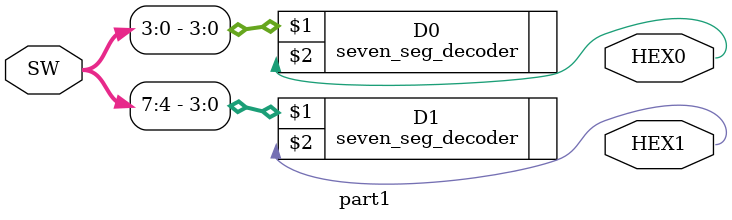
<source format=v>
module part1(input [7:0]SW, output HEX1, HEX0);
	seven_seg_decoder D0(SW[3:0], HEX0);
	seven_seg_decoder D1(SW[7:4], HEX1);
endmodule

</source>
